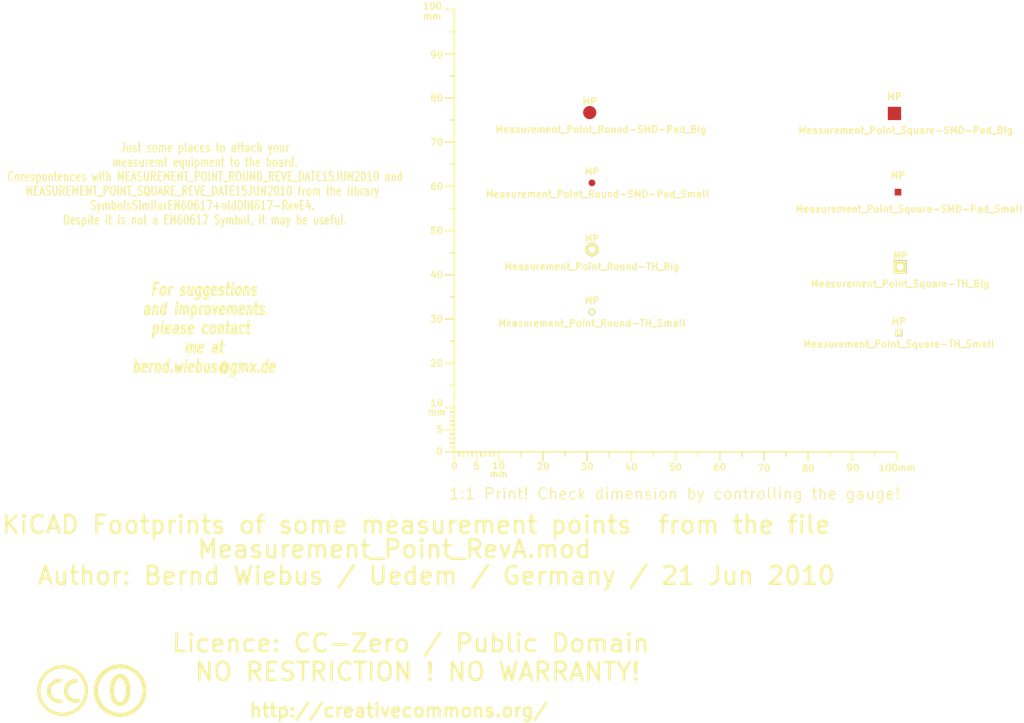
<source format=kicad_pcb>
(kicad_pcb (version 3) (host pcbnew "(2013-03-30 BZR 4007)-stable")

  (general
    (links 0)
    (no_connects 0)
    (area -8.40696 34.056319 253.519093 197.6694)
    (thickness 1.6002)
    (drawings 8)
    (tracks 0)
    (zones 0)
    (modules 11)
    (nets 1)
  )

  (page A4)
  (layers
    (15 Vorderseite signal)
    (0 Rückseite signal)
    (16 B.Adhes user)
    (17 F.Adhes user)
    (18 B.Paste user)
    (19 F.Paste user)
    (20 B.SilkS user)
    (21 F.SilkS user)
    (22 B.Mask user)
    (23 F.Mask user)
    (24 Dwgs.User user)
    (25 Cmts.User user)
    (26 Eco1.User user)
    (27 Eco2.User user)
    (28 Edge.Cuts user)
  )

  (setup
    (last_trace_width 0.2032)
    (trace_clearance 0.254)
    (zone_clearance 0.508)
    (zone_45_only no)
    (trace_min 0.2032)
    (segment_width 0.381)
    (edge_width 0.381)
    (via_size 0.889)
    (via_drill 0.635)
    (via_min_size 0.889)
    (via_min_drill 0.508)
    (uvia_size 0.508)
    (uvia_drill 0.127)
    (uvias_allowed no)
    (uvia_min_size 0.508)
    (uvia_min_drill 0.127)
    (pcb_text_width 0.3048)
    (pcb_text_size 1.524 2.032)
    (mod_edge_width 0.381)
    (mod_text_size 1.524 1.524)
    (mod_text_width 0.3048)
    (pad_size 1.524 1.524)
    (pad_drill 0.8128)
    (pad_to_mask_clearance 0.254)
    (aux_axis_origin 0 0)
    (visible_elements 7FFFFFFF)
    (pcbplotparams
      (layerselection 3178497)
      (usegerberextensions true)
      (excludeedgelayer true)
      (linewidth 60)
      (plotframeref false)
      (viasonmask false)
      (mode 1)
      (useauxorigin false)
      (hpglpennumber 1)
      (hpglpenspeed 20)
      (hpglpendiameter 15)
      (hpglpenoverlay 0)
      (psnegative false)
      (psa4output false)
      (plotreference true)
      (plotvalue true)
      (plotothertext true)
      (plotinvisibletext false)
      (padsonsilk false)
      (subtractmaskfromsilk false)
      (outputformat 1)
      (mirror false)
      (drillshape 1)
      (scaleselection 1)
      (outputdirectory ""))
  )

  (net 0 "")

  (net_class Default "Dies ist die voreingestellte Netzklasse."
    (clearance 0.254)
    (trace_width 0.2032)
    (via_dia 0.889)
    (via_drill 0.635)
    (uvia_dia 0.508)
    (uvia_drill 0.127)
    (add_net "")
  )

  (module Gauge_100mm_Type2_SilkScreenTop_RevA_Date22Jun2010 (layer Vorderseite) (tedit 4D963937) (tstamp 4D88F07A)
    (at 118.09984 134.50062)
    (descr "Gauge, Massstab, 100mm, SilkScreenTop, Type 2,")
    (tags "Gauge, Massstab, 100mm, SilkScreenTop, Type 2,")
    (path Gauge_100mm_Type2_SilkScreenTop_RevA_Date22Jun2010)
    (fp_text reference MSC (at 4.0005 8.99922) (layer F.SilkS) hide
      (effects (font (size 1.524 1.524) (thickness 0.3048)))
    )
    (fp_text value Gauge_100mm_Type2_SilkScreenTop_RevA_Date22Jun2010 (at 45.9994 8.99922) (layer F.SilkS) hide
      (effects (font (size 1.524 1.524) (thickness 0.3048)))
    )
    (fp_text user mm (at 9.99998 5.00126) (layer F.SilkS)
      (effects (font (size 1.524 1.524) (thickness 0.3048)))
    )
    (fp_text user mm (at -4.0005 -8.99922) (layer F.SilkS)
      (effects (font (size 1.524 1.524) (thickness 0.3048)))
    )
    (fp_text user mm (at -5.00126 -98.5012) (layer F.SilkS)
      (effects (font (size 1.524 1.524) (thickness 0.3048)))
    )
    (fp_text user 10 (at 10.00506 3.0988) (layer F.SilkS)
      (effects (font (size 1.50114 1.50114) (thickness 0.29972)))
    )
    (fp_text user 0 (at 0.00508 3.19786) (layer F.SilkS)
      (effects (font (size 1.39954 1.50114) (thickness 0.29972)))
    )
    (fp_text user 5 (at 5.0038 3.29946) (layer F.SilkS)
      (effects (font (size 1.50114 1.50114) (thickness 0.29972)))
    )
    (fp_text user 20 (at 20.1041 3.29946) (layer F.SilkS)
      (effects (font (size 1.50114 1.50114) (thickness 0.29972)))
    )
    (fp_text user 30 (at 30.00502 3.39852) (layer F.SilkS)
      (effects (font (size 1.50114 1.50114) (thickness 0.29972)))
    )
    (fp_text user 40 (at 40.005 3.50012) (layer F.SilkS)
      (effects (font (size 1.50114 1.50114) (thickness 0.29972)))
    )
    (fp_text user 50 (at 50.00498 3.50012) (layer F.SilkS)
      (effects (font (size 1.50114 1.50114) (thickness 0.29972)))
    )
    (fp_text user 60 (at 60.00496 3.50012) (layer F.SilkS)
      (effects (font (size 1.50114 1.50114) (thickness 0.29972)))
    )
    (fp_text user 70 (at 70.00494 3.70078) (layer F.SilkS)
      (effects (font (size 1.50114 1.50114) (thickness 0.29972)))
    )
    (fp_text user 80 (at 80.00492 3.79984) (layer F.SilkS)
      (effects (font (size 1.50114 1.50114) (thickness 0.29972)))
    )
    (fp_text user 90 (at 90.1065 3.60172) (layer F.SilkS)
      (effects (font (size 1.50114 1.50114) (thickness 0.29972)))
    )
    (fp_text user 100mm (at 100.10648 3.60172) (layer F.SilkS)
      (effects (font (size 1.50114 1.50114) (thickness 0.29972)))
    )
    (fp_line (start 0 -8.99922) (end -1.00076 -8.99922) (layer F.SilkS) (width 0.381))
    (fp_line (start 0 -8.001) (end -1.00076 -8.001) (layer F.SilkS) (width 0.381))
    (fp_line (start 0 -7.00024) (end -1.00076 -7.00024) (layer F.SilkS) (width 0.381))
    (fp_line (start 0 -5.99948) (end -1.00076 -5.99948) (layer F.SilkS) (width 0.381))
    (fp_line (start 0 -4.0005) (end -1.00076 -4.0005) (layer F.SilkS) (width 0.381))
    (fp_line (start 0 -2.99974) (end -1.00076 -2.99974) (layer F.SilkS) (width 0.381))
    (fp_line (start 0 -1.99898) (end -1.00076 -1.99898) (layer F.SilkS) (width 0.381))
    (fp_line (start 0 -1.00076) (end -1.00076 -1.00076) (layer F.SilkS) (width 0.381))
    (fp_line (start 0 0) (end -1.99898 0) (layer F.SilkS) (width 0.381))
    (fp_line (start 0 -5.00126) (end -1.99898 -5.00126) (layer F.SilkS) (width 0.381))
    (fp_line (start 0 -9.99998) (end -1.99898 -9.99998) (layer F.SilkS) (width 0.381))
    (fp_line (start 0 -15.00124) (end -1.00076 -15.00124) (layer F.SilkS) (width 0.381))
    (fp_line (start 0 -19.99996) (end -1.99898 -19.99996) (layer F.SilkS) (width 0.381))
    (fp_line (start 0 -25.00122) (end -1.00076 -25.00122) (layer F.SilkS) (width 0.381))
    (fp_line (start 0 -29.99994) (end -1.99898 -29.99994) (layer F.SilkS) (width 0.381))
    (fp_line (start 0 -35.0012) (end -1.00076 -35.0012) (layer F.SilkS) (width 0.381))
    (fp_line (start 0 -39.99992) (end -1.99898 -39.99992) (layer F.SilkS) (width 0.381))
    (fp_line (start 0 -45.00118) (end -1.00076 -45.00118) (layer F.SilkS) (width 0.381))
    (fp_line (start 0 -49.9999) (end -1.99898 -49.9999) (layer F.SilkS) (width 0.381))
    (fp_line (start 0 -55.00116) (end -1.00076 -55.00116) (layer F.SilkS) (width 0.381))
    (fp_line (start 0 -59.99988) (end -1.99898 -59.99988) (layer F.SilkS) (width 0.381))
    (fp_line (start 0 -65.00114) (end -1.00076 -65.00114) (layer F.SilkS) (width 0.381))
    (fp_line (start 0 -69.99986) (end -1.99898 -69.99986) (layer F.SilkS) (width 0.381))
    (fp_line (start 0 -75.00112) (end -1.00076 -75.00112) (layer F.SilkS) (width 0.381))
    (fp_line (start 0 -79.99984) (end -1.99898 -79.99984) (layer F.SilkS) (width 0.381))
    (fp_line (start 0 -85.0011) (end -1.00076 -85.0011) (layer F.SilkS) (width 0.381))
    (fp_line (start 0 -89.99982) (end -1.99898 -89.99982) (layer F.SilkS) (width 0.381))
    (fp_line (start 0 -95.00108) (end -1.00076 -95.00108) (layer F.SilkS) (width 0.381))
    (fp_line (start 0 0) (end 0 -99.9998) (layer F.SilkS) (width 0.381))
    (fp_line (start 0 -99.9998) (end -1.99898 -99.9998) (layer F.SilkS) (width 0.381))
    (fp_text user 100 (at -4.99872 -100.7491) (layer F.SilkS)
      (effects (font (size 1.50114 1.50114) (thickness 0.29972)))
    )
    (fp_text user 90 (at -4.0005 -89.7509) (layer F.SilkS)
      (effects (font (size 1.50114 1.50114) (thickness 0.29972)))
    )
    (fp_text user 80 (at -4.0005 -79.99984) (layer F.SilkS)
      (effects (font (size 1.50114 1.50114) (thickness 0.29972)))
    )
    (fp_text user 70 (at -4.0005 -69.99986) (layer F.SilkS)
      (effects (font (size 1.50114 1.50114) (thickness 0.29972)))
    )
    (fp_text user 60 (at -4.0005 -59.99988) (layer F.SilkS)
      (effects (font (size 1.50114 1.50114) (thickness 0.29972)))
    )
    (fp_text user 50 (at -4.0005 -49.9999) (layer F.SilkS)
      (effects (font (size 1.50114 1.50114) (thickness 0.34036)))
    )
    (fp_text user 40 (at -4.0005 -39.99992) (layer F.SilkS)
      (effects (font (size 1.50114 1.50114) (thickness 0.29972)))
    )
    (fp_text user 30 (at -4.0005 -29.99994) (layer F.SilkS)
      (effects (font (size 1.50114 1.50114) (thickness 0.29972)))
    )
    (fp_text user 20 (at -4.0005 -19.99996) (layer F.SilkS)
      (effects (font (size 1.50114 1.50114) (thickness 0.29972)))
    )
    (fp_line (start 95.00108 0) (end 95.00108 1.00076) (layer F.SilkS) (width 0.381))
    (fp_line (start 89.99982 0) (end 89.99982 1.99898) (layer F.SilkS) (width 0.381))
    (fp_line (start 85.0011 0) (end 85.0011 1.00076) (layer F.SilkS) (width 0.381))
    (fp_line (start 79.99984 0) (end 79.99984 1.99898) (layer F.SilkS) (width 0.381))
    (fp_line (start 75.00112 0) (end 75.00112 1.00076) (layer F.SilkS) (width 0.381))
    (fp_line (start 69.99986 0) (end 69.99986 1.99898) (layer F.SilkS) (width 0.381))
    (fp_line (start 65.00114 0) (end 65.00114 1.00076) (layer F.SilkS) (width 0.381))
    (fp_line (start 59.99988 0) (end 59.99988 1.99898) (layer F.SilkS) (width 0.381))
    (fp_line (start 55.00116 0) (end 55.00116 1.00076) (layer F.SilkS) (width 0.381))
    (fp_line (start 49.9999 0) (end 49.9999 1.99898) (layer F.SilkS) (width 0.381))
    (fp_line (start 45.00118 0) (end 45.00118 1.00076) (layer F.SilkS) (width 0.381))
    (fp_line (start 39.99992 0) (end 39.99992 1.99898) (layer F.SilkS) (width 0.381))
    (fp_line (start 35.0012 0) (end 35.0012 1.00076) (layer F.SilkS) (width 0.381))
    (fp_line (start 29.99994 0) (end 29.99994 1.99898) (layer F.SilkS) (width 0.381))
    (fp_line (start 25.00122 0) (end 25.00122 1.00076) (layer F.SilkS) (width 0.381))
    (fp_line (start 19.99996 0) (end 19.99996 1.99898) (layer F.SilkS) (width 0.381))
    (fp_line (start 15.00124 0) (end 15.00124 1.00076) (layer F.SilkS) (width 0.381))
    (fp_line (start 9.99998 0) (end 99.9998 0) (layer F.SilkS) (width 0.381))
    (fp_line (start 99.9998 0) (end 99.9998 1.99898) (layer F.SilkS) (width 0.381))
    (fp_text user 5 (at -3.302 -5.10286) (layer F.SilkS)
      (effects (font (size 1.50114 1.50114) (thickness 0.29972)))
    )
    (fp_text user 0 (at -3.4036 -0.10414) (layer F.SilkS)
      (effects (font (size 1.50114 1.50114) (thickness 0.29972)))
    )
    (fp_text user 10 (at -4.0005 -11.00074) (layer F.SilkS)
      (effects (font (size 1.50114 1.50114) (thickness 0.29972)))
    )
    (fp_line (start 8.99922 0) (end 8.99922 1.00076) (layer F.SilkS) (width 0.381))
    (fp_line (start 8.001 0) (end 8.001 1.00076) (layer F.SilkS) (width 0.381))
    (fp_line (start 7.00024 0) (end 7.00024 1.00076) (layer F.SilkS) (width 0.381))
    (fp_line (start 5.99948 0) (end 5.99948 1.00076) (layer F.SilkS) (width 0.381))
    (fp_line (start 4.0005 0) (end 4.0005 1.00076) (layer F.SilkS) (width 0.381))
    (fp_line (start 2.99974 0) (end 2.99974 1.00076) (layer F.SilkS) (width 0.381))
    (fp_line (start 1.99898 0) (end 1.99898 1.00076) (layer F.SilkS) (width 0.381))
    (fp_line (start 1.00076 0) (end 1.00076 1.00076) (layer F.SilkS) (width 0.381))
    (fp_line (start 5.00126 0) (end 5.00126 1.99898) (layer F.SilkS) (width 0.381))
    (fp_line (start 0 0) (end 0 1.99898) (layer F.SilkS) (width 0.381))
    (fp_line (start 0 0) (end 9.99998 0) (layer F.SilkS) (width 0.381))
    (fp_line (start 9.99998 0) (end 9.99998 1.99898) (layer F.SilkS) (width 0.381))
  )

  (module Measurement_Point_Round-SMD-Pad_Big (layer Vorderseite) (tedit 4DA62307) (tstamp 4DA622A8)
    (at 148.69922 57.80024)
    (descr "Mesurement Point, Round, SMD Pad, DM 3mm,")
    (tags "Mesurement Point, Round, SMD Pad, DM 3mm,")
    (path Measurement_Point_Round-SMD-Pad_Big)
    (fp_text reference MP (at 0 -2.54) (layer F.SilkS)
      (effects (font (size 1.524 1.524) (thickness 0.3048)))
    )
    (fp_text value Measurement_Point_Round-SMD-Pad_Big (at 2.54 3.81) (layer F.SilkS)
      (effects (font (size 1.524 1.524) (thickness 0.3048)))
    )
    (pad 1 smd circle (at 0 0) (size 2.99974 2.99974)
      (layers Vorderseite F.Paste F.Mask)
    )
  )

  (module Measurement_Point_Round-SMD-Pad_Small (layer Vorderseite) (tedit 4DA6230F) (tstamp 4DA6224E)
    (at 149.1996 73.6981)
    (descr "Mesurement Point, Round, SMD Pad, DM 1.5mm,")
    (tags "Mesurement Point, Round, SMD Pad, DM 1.5mm,")
    (path Measurement_Point_Round-SMD-Pad_Small)
    (fp_text reference MP (at 0 -2.54) (layer F.SilkS)
      (effects (font (size 1.524 1.524) (thickness 0.3048)))
    )
    (fp_text value Measurement_Point_Round-SMD-Pad_Small (at 1.27 2.54) (layer F.SilkS)
      (effects (font (size 1.524 1.524) (thickness 0.3048)))
    )
    (pad 1 smd circle (at 0 0) (size 1.524 1.524)
      (layers Vorderseite F.Paste F.Mask)
    )
  )

  (module Measurement_Point_Round-TH_Big (layer Vorderseite) (tedit 4DA62318) (tstamp 4DA62259)
    (at 149.1996 88.7984)
    (descr "Mesurement Point, Square, Trough Hole,  DM 3mm, Drill 1.5mm,")
    (tags "Mesurement Point, Square, Trough Hole, DM 3mm, Drill 1.5mm,")
    (path Measurement_Point_Round-TH_Big)
    (fp_text reference MP (at 0 -2.54) (layer F.SilkS)
      (effects (font (size 1.524 1.524) (thickness 0.3048)))
    )
    (fp_text value Measurement_Point_Round-TH_Big (at 0 3.81) (layer F.SilkS)
      (effects (font (size 1.524 1.524) (thickness 0.3048)))
    )
    (pad 1 thru_hole circle (at 0 0) (size 2.99974 2.99974) (drill 1.50114)
      (layers *.Cu *.Mask F.SilkS)
    )
  )

  (module Measurement_Point_Round-TH_Small (layer Vorderseite) (tedit 4DA6231F) (tstamp 4DA62265)
    (at 149.1996 102.89794)
    (descr "Mesurement Point, Square, Trough Hole,  DM 1.5mm, Drill 0.8mm,")
    (tags "Mesurement Point, Square, Trough Hole, DM 1.5mm, Drill 0.8mm,")
    (path Measurement_Point_Round-TH_Small)
    (fp_text reference MP (at 0 -2.54) (layer F.SilkS)
      (effects (font (size 1.524 1.524) (thickness 0.3048)))
    )
    (fp_text value Measurement_Point_Round-TH_Small (at 0 2.54) (layer F.SilkS)
      (effects (font (size 1.524 1.524) (thickness 0.3048)))
    )
    (pad 1 thru_hole circle (at 0 0) (size 1.50114 1.50114) (drill 0.8001)
      (layers *.Cu *.Mask F.SilkS)
    )
  )

  (module Measurement_Point_Square-SMD-Pad_Big (layer Vorderseite) (tedit 4DA62326) (tstamp 4DA6226E)
    (at 217.59926 58.0009)
    (descr "Mesurement Point, Square, SMD Pad,  3mm x 3mm,")
    (tags "Mesurement Point, Square, SMD Pad, 3mm x 3mm,")
    (path Measurement_Point_Square-SMD-Pad_Big)
    (fp_text reference MP (at 0 -3.81) (layer F.SilkS)
      (effects (font (size 1.524 1.524) (thickness 0.3048)))
    )
    (fp_text value Measurement_Point_Square-SMD-Pad_Big (at 2.54 3.81) (layer F.SilkS)
      (effects (font (size 1.524 1.524) (thickness 0.3048)))
    )
    (pad 1 smd rect (at 0 0) (size 2.99974 2.99974)
      (layers Vorderseite F.Paste F.Mask)
    )
  )

  (module Measurement_Point_Square-SMD-Pad_Small (layer Vorderseite) (tedit 4DA6232D) (tstamp 4DA62277)
    (at 218.39936 75.80122)
    (descr "Mesurement Point, Square, SMD Pad,  1.5mm x 1.5mm,")
    (tags "Mesurement Point, Square, SMD Pad, 1.5mm x 1.5mm,")
    (path Measurement_Point_Square-SMD-Pad_Small)
    (fp_text reference MP (at 0 -3.81) (layer F.SilkS)
      (effects (font (size 1.524 1.524) (thickness 0.3048)))
    )
    (fp_text value Measurement_Point_Square-SMD-Pad_Small (at 2.54 3.81) (layer F.SilkS)
      (effects (font (size 1.524 1.524) (thickness 0.3048)))
    )
    (pad 1 smd rect (at 0 0) (size 1.50114 1.50114)
      (layers Vorderseite F.Paste F.Mask)
    )
  )

  (module Measurement_Point_Square-TH_Big (layer Vorderseite) (tedit 4DA62334) (tstamp 4DA6227E)
    (at 218.89974 92.69984)
    (descr "Mesurement Point, Square, Trough Hole,  3mm x 3mm, Drill 1.5mm,")
    (tags "Mesurement Point, Square, Trough Hole, 3mm x 3mm, Drill 1.5mm,")
    (path Measurement_Point_Square-TH_Big)
    (fp_text reference MP (at 0 -2.54) (layer F.SilkS)
      (effects (font (size 1.524 1.524) (thickness 0.3048)))
    )
    (fp_text value Measurement_Point_Square-TH_Big (at 0 3.81) (layer F.SilkS)
      (effects (font (size 1.524 1.524) (thickness 0.3048)))
    )
    (pad 1 thru_hole rect (at 0 0) (size 2.99974 2.99974) (drill 1.50114)
      (layers *.Cu *.Mask F.SilkS)
    )
  )

  (module Measurement_Point_Square-TH_Small (layer Vorderseite) (tedit 4DA6233A) (tstamp 4DA62288)
    (at 218.60002 107.59948)
    (descr "Mesurement Point, Square, Trough Hole,  1.5mm x 1.5mm, Drill 0.8mm,")
    (tags "Mesurement Point, Square, Trough Hole, 1.5mm x 1.5mm, Drill 0.8mm,")
    (path Measurement_Point_Square-TH_Small)
    (fp_text reference MP (at 0 -2.54) (layer F.SilkS)
      (effects (font (size 1.524 1.524) (thickness 0.3048)))
    )
    (fp_text value Measurement_Point_Square-TH_Small (at 0 2.54) (layer F.SilkS)
      (effects (font (size 1.524 1.524) (thickness 0.3048)))
    )
    (pad 1 thru_hole rect (at 0 0) (size 1.50114 1.50114) (drill 0.8001)
      (layers *.Cu *.Mask F.SilkS)
    )
  )

  (module Symbol_CC-PublicDomain_SilkScreenTop_Big (layer Vorderseite) (tedit 515D641F) (tstamp 515F0B64)
    (at 42.5 188.5)
    (descr "Symbol, CC-PublicDomain, SilkScreen Top, Big,")
    (tags "Symbol, CC-PublicDomain, SilkScreen Top, Big,")
    (path Symbol_CC-Noncommercial_CopperTop_Big)
    (fp_text reference Sym (at 0.59944 -7.29996) (layer F.SilkS) hide
      (effects (font (size 1.524 1.524) (thickness 0.3048)))
    )
    (fp_text value Symbol_CC-PublicDomain_SilkScreenTop_Big (at 0.59944 8.001) (layer F.SilkS) hide
      (effects (font (size 1.524 1.524) (thickness 0.3048)))
    )
    (fp_circle (center 0 0) (end 5.8 -0.05) (layer F.SilkS) (width 0.381))
    (fp_circle (center 0 0) (end 5.5 0) (layer F.SilkS) (width 0.381))
    (fp_circle (center 0.05 0) (end 5.25 0) (layer F.SilkS) (width 0.381))
    (fp_line (start 1.1 -2.5) (end 1.4 -1.9) (layer F.SilkS) (width 0.381))
    (fp_line (start -1.8 1.2) (end -1.6 1.9) (layer F.SilkS) (width 0.381))
    (fp_line (start -1.6 1.9) (end -1.2 2.5) (layer F.SilkS) (width 0.381))
    (fp_line (start 0 -3) (end 0.75 -2.75) (layer F.SilkS) (width 0.381))
    (fp_line (start 0.75 -2.75) (end 1 -2.25) (layer F.SilkS) (width 0.381))
    (fp_line (start 1 -2.25) (end 1.5 -1) (layer F.SilkS) (width 0.381))
    (fp_line (start 1.5 -1) (end 1.5 -0.5) (layer F.SilkS) (width 0.381))
    (fp_line (start 1.5 -0.5) (end 1.5 0.5) (layer F.SilkS) (width 0.381))
    (fp_line (start 1.5 0.5) (end 1.25 1.5) (layer F.SilkS) (width 0.381))
    (fp_line (start 1.25 1.5) (end 0.75 2.5) (layer F.SilkS) (width 0.381))
    (fp_line (start 0.75 2.5) (end 0.25 2.75) (layer F.SilkS) (width 0.381))
    (fp_line (start 0.25 2.75) (end -0.25 2.75) (layer F.SilkS) (width 0.381))
    (fp_line (start -0.25 2.75) (end -0.75 2.5) (layer F.SilkS) (width 0.381))
    (fp_line (start -0.75 2.5) (end -1.25 1.75) (layer F.SilkS) (width 0.381))
    (fp_line (start -1.25 1.75) (end -1.5 0.75) (layer F.SilkS) (width 0.381))
    (fp_line (start -1.5 0.75) (end -1.5 -0.75) (layer F.SilkS) (width 0.381))
    (fp_line (start -1.5 -0.75) (end -1.25 -1.75) (layer F.SilkS) (width 0.381))
    (fp_line (start -1.25 -1.75) (end -1 -2.5) (layer F.SilkS) (width 0.381))
    (fp_line (start -1 -2.5) (end -0.3 -2.9) (layer F.SilkS) (width 0.381))
    (fp_line (start -0.3 -2.9) (end 0.2 -3) (layer F.SilkS) (width 0.381))
    (fp_line (start 0.2 -3) (end 0.8 -3) (layer F.SilkS) (width 0.381))
    (fp_line (start 0.8 -3) (end 1.4 -2.3) (layer F.SilkS) (width 0.381))
    (fp_line (start 1.4 -2.3) (end 1.6 -1.4) (layer F.SilkS) (width 0.381))
    (fp_line (start 1.6 -1.4) (end 1.7 -0.3) (layer F.SilkS) (width 0.381))
    (fp_line (start 1.7 -0.3) (end 1.7 0.9) (layer F.SilkS) (width 0.381))
    (fp_line (start 1.7 0.9) (end 1.4 1.8) (layer F.SilkS) (width 0.381))
    (fp_line (start 1.4 1.8) (end 1 2.7) (layer F.SilkS) (width 0.381))
    (fp_line (start 1 2.7) (end 0.5 3) (layer F.SilkS) (width 0.381))
    (fp_line (start 0.5 3) (end -0.4 3) (layer F.SilkS) (width 0.381))
    (fp_line (start -0.4 3) (end -1.3 2.3) (layer F.SilkS) (width 0.381))
    (fp_line (start -1.3 2.3) (end -1.7 1) (layer F.SilkS) (width 0.381))
    (fp_line (start -1.7 1) (end -1.8 -0.7) (layer F.SilkS) (width 0.381))
    (fp_line (start -1.8 -0.7) (end -1.4 -2.2) (layer F.SilkS) (width 0.381))
    (fp_line (start -1.4 -2.2) (end -1 -2.9) (layer F.SilkS) (width 0.381))
    (fp_line (start -1 -2.9) (end -0.2 -3.3) (layer F.SilkS) (width 0.381))
    (fp_line (start -0.2 -3.3) (end 0.7 -3.2) (layer F.SilkS) (width 0.381))
    (fp_line (start 0.7 -3.2) (end 1.3 -3.1) (layer F.SilkS) (width 0.381))
    (fp_line (start 1.3 -3.1) (end 1.7 -2.4) (layer F.SilkS) (width 0.381))
    (fp_line (start 1.7 -2.4) (end 2 -1.6) (layer F.SilkS) (width 0.381))
    (fp_line (start 2 -1.6) (end 2.1 -0.6) (layer F.SilkS) (width 0.381))
    (fp_line (start 2.1 -0.6) (end 2.1 0.3) (layer F.SilkS) (width 0.381))
    (fp_line (start 2.1 0.3) (end 2.1 1.3) (layer F.SilkS) (width 0.381))
    (fp_line (start 2.1 1.3) (end 1.9 1.8) (layer F.SilkS) (width 0.381))
    (fp_line (start 1.9 1.8) (end 1.5 2.6) (layer F.SilkS) (width 0.381))
    (fp_line (start 1.5 2.6) (end 1.1 3) (layer F.SilkS) (width 0.381))
    (fp_line (start 1.1 3) (end 0.4 3.3) (layer F.SilkS) (width 0.381))
    (fp_line (start 0.4 3.3) (end -0.1 3.4) (layer F.SilkS) (width 0.381))
    (fp_line (start -0.1 3.4) (end -0.8 3.2) (layer F.SilkS) (width 0.381))
    (fp_line (start -0.8 3.2) (end -1.5 2.6) (layer F.SilkS) (width 0.381))
    (fp_line (start -1.5 2.6) (end -1.9 1.7) (layer F.SilkS) (width 0.381))
    (fp_line (start -1.9 1.7) (end -2.1 0.4) (layer F.SilkS) (width 0.381))
    (fp_line (start -2.1 0.4) (end -2.1 -0.6) (layer F.SilkS) (width 0.381))
    (fp_line (start -2.1 -0.6) (end -2 -1.6) (layer F.SilkS) (width 0.381))
    (fp_line (start -2 -1.6) (end -1.7 -2.4) (layer F.SilkS) (width 0.381))
    (fp_line (start -1.7 -2.4) (end -1.2 -3.1) (layer F.SilkS) (width 0.381))
    (fp_line (start -1.2 -3.1) (end -0.4 -3.6) (layer F.SilkS) (width 0.381))
    (fp_line (start -0.4 -3.6) (end 0.4 -3.6) (layer F.SilkS) (width 0.381))
    (fp_line (start 0.4 -3.6) (end 1.1 -3.2) (layer F.SilkS) (width 0.381))
    (fp_line (start 1.1 -3.2) (end 1.1 -2.9) (layer F.SilkS) (width 0.381))
    (fp_line (start 1.1 -2.9) (end 1.8 -1.5) (layer F.SilkS) (width 0.381))
    (fp_line (start 1.8 -1.5) (end 1.8 -0.4) (layer F.SilkS) (width 0.381))
    (fp_line (start 1.8 -0.4) (end 1.8 1.1) (layer F.SilkS) (width 0.381))
    (fp_line (start 1.8 1.1) (end 1.2 2.6) (layer F.SilkS) (width 0.381))
    (fp_line (start 1.2 2.6) (end 0.2 3.2) (layer F.SilkS) (width 0.381))
    (fp_line (start 0.2 3.2) (end -0.5 3.2) (layer F.SilkS) (width 0.381))
    (fp_line (start -0.5 3.2) (end -1.1 2.7) (layer F.SilkS) (width 0.381))
    (fp_line (start -1.1 2.7) (end -1.9 0.6) (layer F.SilkS) (width 0.381))
    (fp_line (start -1.9 0.6) (end -1.7 -1.9) (layer F.SilkS) (width 0.381))
  )

  (module Symbol_CreativeCommons_SilkScreenTop_Type2_Big (layer Vorderseite) (tedit 515D640C) (tstamp 515D6AF0)
    (at 29.5 188.5)
    (descr "Symbol, Creative Commons, SilkScreen Top, Type 2, Big,")
    (tags "Symbol, Creative Commons, SilkScreen Top, Type 2, Big,")
    (path Symbol_CreativeCommons_CopperTop_Type2_Big)
    (fp_text reference Sym (at 0.59944 -7.29996) (layer F.SilkS) hide
      (effects (font (size 1.524 1.524) (thickness 0.3048)))
    )
    (fp_text value Symbol_CreativeCommons_Typ2_SilkScreenTop_Big (at 0.59944 8.001) (layer F.SilkS) hide
      (effects (font (size 1.524 1.524) (thickness 0.3048)))
    )
    (fp_line (start -0.70104 2.70002) (end -0.29972 2.60096) (layer F.SilkS) (width 0.381))
    (fp_line (start -0.29972 2.60096) (end -0.20066 2.10058) (layer F.SilkS) (width 0.381))
    (fp_line (start -2.49936 -1.69926) (end -2.70002 -1.6002) (layer F.SilkS) (width 0.381))
    (fp_line (start -2.70002 -1.6002) (end -3.0988 -1.00076) (layer F.SilkS) (width 0.381))
    (fp_line (start -3.0988 -1.00076) (end -3.29946 -0.50038) (layer F.SilkS) (width 0.381))
    (fp_line (start -3.29946 -0.50038) (end -3.40106 0.39878) (layer F.SilkS) (width 0.381))
    (fp_line (start -3.40106 0.39878) (end -3.29946 0.89916) (layer F.SilkS) (width 0.381))
    (fp_line (start -0.19812 2.4003) (end -0.29718 2.59842) (layer F.SilkS) (width 0.381))
    (fp_line (start 3.70078 2.10058) (end 3.79984 2.4003) (layer F.SilkS) (width 0.381))
    (fp_line (start 2.99974 -2.4003) (end 3.29946 -2.30124) (layer F.SilkS) (width 0.381))
    (fp_line (start 3.29946 -2.30124) (end 3.0988 -1.99898) (layer F.SilkS) (width 0.381))
    (fp_line (start 0 -5.40004) (end -0.50038 -5.40004) (layer F.SilkS) (width 0.381))
    (fp_line (start -0.50038 -5.40004) (end -1.30048 -5.10032) (layer F.SilkS) (width 0.381))
    (fp_line (start -1.30048 -5.10032) (end -1.99898 -4.89966) (layer F.SilkS) (width 0.381))
    (fp_line (start -1.99898 -4.89966) (end -2.70002 -4.699) (layer F.SilkS) (width 0.381))
    (fp_line (start -2.70002 -4.699) (end -3.29946 -4.20116) (layer F.SilkS) (width 0.381))
    (fp_line (start -3.29946 -4.20116) (end -4.0005 -3.59918) (layer F.SilkS) (width 0.381))
    (fp_line (start -4.0005 -3.59918) (end -4.50088 -2.99974) (layer F.SilkS) (width 0.381))
    (fp_line (start -4.50088 -2.99974) (end -5.00126 -2.10058) (layer F.SilkS) (width 0.381))
    (fp_line (start -5.00126 -2.10058) (end -5.30098 -1.09982) (layer F.SilkS) (width 0.381))
    (fp_line (start -5.30098 -1.09982) (end -5.40004 0.09906) (layer F.SilkS) (width 0.381))
    (fp_line (start -5.40004 0.09906) (end -5.19938 1.30048) (layer F.SilkS) (width 0.381))
    (fp_line (start -5.19938 1.30048) (end -4.8006 2.4003) (layer F.SilkS) (width 0.381))
    (fp_line (start -4.8006 2.4003) (end -3.79984 3.8989) (layer F.SilkS) (width 0.381))
    (fp_line (start -3.79984 3.8989) (end -2.60096 4.8006) (layer F.SilkS) (width 0.381))
    (fp_line (start -2.60096 4.8006) (end -1.30048 5.30098) (layer F.SilkS) (width 0.381))
    (fp_line (start -1.30048 5.30098) (end 0.09906 5.30098) (layer F.SilkS) (width 0.381))
    (fp_line (start 0.09906 5.30098) (end 1.6002 5.19938) (layer F.SilkS) (width 0.381))
    (fp_line (start 1.6002 5.19938) (end 2.60096 4.699) (layer F.SilkS) (width 0.381))
    (fp_line (start 2.60096 4.699) (end 4.20116 3.40106) (layer F.SilkS) (width 0.381))
    (fp_line (start 4.20116 3.40106) (end 5.00126 1.80086) (layer F.SilkS) (width 0.381))
    (fp_line (start 5.00126 1.80086) (end 5.40004 0.29972) (layer F.SilkS) (width 0.381))
    (fp_line (start 5.40004 0.29972) (end 5.19938 -1.39954) (layer F.SilkS) (width 0.381))
    (fp_line (start 5.19938 -1.39954) (end 4.699 -2.49936) (layer F.SilkS) (width 0.381))
    (fp_line (start 4.699 -2.49936) (end 3.40106 -4.09956) (layer F.SilkS) (width 0.381))
    (fp_line (start 3.40106 -4.09956) (end 2.4003 -4.8006) (layer F.SilkS) (width 0.381))
    (fp_line (start 2.4003 -4.8006) (end 1.39954 -5.19938) (layer F.SilkS) (width 0.381))
    (fp_line (start 1.39954 -5.19938) (end 0 -5.30098) (layer F.SilkS) (width 0.381))
    (fp_line (start 0.60198 -0.70104) (end 0.50292 -0.20066) (layer F.SilkS) (width 0.381))
    (fp_line (start 0.50292 -0.20066) (end 0.50292 0.49784) (layer F.SilkS) (width 0.381))
    (fp_line (start 0.50292 0.49784) (end 0.60198 1.09982) (layer F.SilkS) (width 0.381))
    (fp_line (start 0.60198 1.09982) (end 1.00076 1.69926) (layer F.SilkS) (width 0.381))
    (fp_line (start 1.00076 1.69926) (end 1.50114 2.19964) (layer F.SilkS) (width 0.381))
    (fp_line (start 1.50114 2.19964) (end 2.10058 2.49936) (layer F.SilkS) (width 0.381))
    (fp_line (start 2.10058 2.49936) (end 2.60096 2.59842) (layer F.SilkS) (width 0.381))
    (fp_line (start 2.60096 2.59842) (end 3.00228 2.59842) (layer F.SilkS) (width 0.381))
    (fp_line (start 3.00228 2.59842) (end 3.40106 2.59842) (layer F.SilkS) (width 0.381))
    (fp_line (start 3.40106 2.59842) (end 3.80238 2.49936) (layer F.SilkS) (width 0.381))
    (fp_line (start 3.80238 2.49936) (end 3.70078 2.2987) (layer F.SilkS) (width 0.381))
    (fp_line (start 3.70078 2.2987) (end 2.80162 2.4003) (layer F.SilkS) (width 0.381))
    (fp_line (start 2.80162 2.4003) (end 1.80086 2.09804) (layer F.SilkS) (width 0.381))
    (fp_line (start 1.80086 2.09804) (end 1.20142 1.6002) (layer F.SilkS) (width 0.381))
    (fp_line (start 1.20142 1.6002) (end 0.80264 0.6985) (layer F.SilkS) (width 0.381))
    (fp_line (start 0.80264 0.6985) (end 0.70104 -0.29972) (layer F.SilkS) (width 0.381))
    (fp_line (start 0.70104 -0.29972) (end 1.00076 -1.00076) (layer F.SilkS) (width 0.381))
    (fp_line (start 1.00076 -1.00076) (end 1.60274 -1.7018) (layer F.SilkS) (width 0.381))
    (fp_line (start 1.60274 -1.7018) (end 2.30124 -2.10058) (layer F.SilkS) (width 0.381))
    (fp_line (start 2.30124 -2.10058) (end 3.00228 -2.10058) (layer F.SilkS) (width 0.381))
    (fp_line (start 3.00228 -2.10058) (end 3.10134 -1.89992) (layer F.SilkS) (width 0.381))
    (fp_line (start 3.10134 -1.89992) (end 2.5019 -1.89992) (layer F.SilkS) (width 0.381))
    (fp_line (start 2.5019 -1.89992) (end 1.80086 -1.6002) (layer F.SilkS) (width 0.381))
    (fp_line (start 1.80086 -1.6002) (end 1.30048 -1.00076) (layer F.SilkS) (width 0.381))
    (fp_line (start 1.30048 -1.00076) (end 1.00076 -0.40132) (layer F.SilkS) (width 0.381))
    (fp_line (start 1.00076 -0.40132) (end 1.00076 0.09906) (layer F.SilkS) (width 0.381))
    (fp_line (start 1.00076 0.09906) (end 1.00076 0.6985) (layer F.SilkS) (width 0.381))
    (fp_line (start 1.00076 0.6985) (end 1.30048 1.19888) (layer F.SilkS) (width 0.381))
    (fp_line (start 1.30048 1.19888) (end 1.7018 1.69926) (layer F.SilkS) (width 0.381))
    (fp_line (start 1.7018 1.69926) (end 2.30124 1.99898) (layer F.SilkS) (width 0.381))
    (fp_line (start 2.30124 1.99898) (end 2.90068 2.09804) (layer F.SilkS) (width 0.381))
    (fp_line (start 2.90068 2.09804) (end 3.40106 2.09804) (layer F.SilkS) (width 0.381))
    (fp_line (start 3.40106 2.09804) (end 3.70078 1.99898) (layer F.SilkS) (width 0.381))
    (fp_line (start 3.00228 -2.4003) (end 2.40284 -2.4003) (layer F.SilkS) (width 0.381))
    (fp_line (start 2.40284 -2.4003) (end 2.00152 -2.20218) (layer F.SilkS) (width 0.381))
    (fp_line (start 2.00152 -2.20218) (end 1.50114 -2.00152) (layer F.SilkS) (width 0.381))
    (fp_line (start 1.50114 -2.00152) (end 1.10236 -1.6002) (layer F.SilkS) (width 0.381))
    (fp_line (start 1.10236 -1.6002) (end 0.80264 -1.09982) (layer F.SilkS) (width 0.381))
    (fp_line (start 0.80264 -1.09982) (end 0.60198 -0.70104) (layer F.SilkS) (width 0.381))
    (fp_line (start -0.39878 -1.99898) (end -0.89916 -1.99898) (layer F.SilkS) (width 0.381))
    (fp_line (start -0.89916 -1.99898) (end -1.39954 -1.89738) (layer F.SilkS) (width 0.381))
    (fp_line (start -1.39954 -1.89738) (end -1.89992 -1.59766) (layer F.SilkS) (width 0.381))
    (fp_line (start -1.89992 -1.59766) (end -2.4003 -1.19888) (layer F.SilkS) (width 0.381))
    (fp_line (start -2.4003 -1.30048) (end -2.70002 -0.8001) (layer F.SilkS) (width 0.381))
    (fp_line (start -2.70002 -0.8001) (end -2.79908 -0.29972) (layer F.SilkS) (width 0.381))
    (fp_line (start -2.79908 -0.29972) (end -2.79908 0.20066) (layer F.SilkS) (width 0.381))
    (fp_line (start -2.79908 0.20066) (end -2.59842 1.00076) (layer F.SilkS) (width 0.381))
    (fp_line (start -2.69748 1.00076) (end -2.39776 1.39954) (layer F.SilkS) (width 0.381))
    (fp_line (start -2.29616 1.4986) (end -1.79578 1.89992) (layer F.SilkS) (width 0.381))
    (fp_line (start -1.79578 1.89992) (end -1.29794 2.09804) (layer F.SilkS) (width 0.381))
    (fp_line (start -1.29794 2.09804) (end -0.89662 2.19964) (layer F.SilkS) (width 0.381))
    (fp_line (start -0.89662 2.19964) (end -0.49784 2.19964) (layer F.SilkS) (width 0.381))
    (fp_line (start -0.49784 2.19964) (end -0.19812 2.09804) (layer F.SilkS) (width 0.381))
    (fp_line (start -0.19812 2.09804) (end -0.29718 2.4003) (layer F.SilkS) (width 0.381))
    (fp_line (start -0.29718 2.4003) (end -0.89662 2.49936) (layer F.SilkS) (width 0.381))
    (fp_line (start -0.89662 2.49936) (end -1.59766 2.2987) (layer F.SilkS) (width 0.381))
    (fp_line (start -1.59766 2.2987) (end -2.29616 1.79832) (layer F.SilkS) (width 0.381))
    (fp_line (start -2.29616 1.79832) (end -2.79654 1.29794) (layer F.SilkS) (width 0.381))
    (fp_line (start -2.79908 1.39954) (end -2.99974 0.70104) (layer F.SilkS) (width 0.381))
    (fp_line (start -2.99974 0.70104) (end -3.0988 0) (layer F.SilkS) (width 0.381))
    (fp_line (start -3.0988 0) (end -2.99974 -0.59944) (layer F.SilkS) (width 0.381))
    (fp_line (start -2.99974 -0.8001) (end -2.70002 -1.30048) (layer F.SilkS) (width 0.381))
    (fp_line (start -2.70002 -1.09982) (end -2.19964 -1.6002) (layer F.SilkS) (width 0.381))
    (fp_line (start -2.19964 -1.69926) (end -1.69926 -1.99898) (layer F.SilkS) (width 0.381))
    (fp_line (start -1.69926 -1.99898) (end -1.19888 -2.19964) (layer F.SilkS) (width 0.381))
    (fp_line (start -1.19888 -2.19964) (end -0.6985 -2.19964) (layer F.SilkS) (width 0.381))
    (fp_line (start -0.6985 -2.19964) (end -0.29972 -2.19964) (layer F.SilkS) (width 0.381))
    (fp_line (start -0.29972 -2.19964) (end -0.20066 -2.39776) (layer F.SilkS) (width 0.381))
    (fp_line (start -0.20066 -2.39776) (end -0.59944 -2.49936) (layer F.SilkS) (width 0.381))
    (fp_line (start -0.59944 -2.49936) (end -1.00076 -2.49936) (layer F.SilkS) (width 0.381))
    (fp_line (start -1.00076 -2.49936) (end -1.4986 -2.39776) (layer F.SilkS) (width 0.381))
    (fp_line (start -1.4986 -2.39776) (end -2.10058 -2.09804) (layer F.SilkS) (width 0.381))
    (fp_line (start -2.10058 -2.09804) (end -2.59842 -1.69926) (layer F.SilkS) (width 0.381))
    (fp_line (start -2.59842 -1.6002) (end -3.0988 -0.89916) (layer F.SilkS) (width 0.381))
    (fp_line (start -3.0988 -0.89916) (end -3.29946 -0.29972) (layer F.SilkS) (width 0.381))
    (fp_line (start -3.29946 -0.29972) (end -3.29946 0.40132) (layer F.SilkS) (width 0.381))
    (fp_line (start -3.29946 0.40132) (end -3.2004 1.00076) (layer F.SilkS) (width 0.381))
    (fp_line (start -3.29946 0.8001) (end -2.99974 1.39954) (layer F.SilkS) (width 0.381))
    (fp_line (start -2.89814 1.4986) (end -2.49682 1.99898) (layer F.SilkS) (width 0.381))
    (fp_line (start -2.49682 1.99898) (end -1.89738 2.4003) (layer F.SilkS) (width 0.381))
    (fp_line (start -1.89738 2.4003) (end -1.19634 2.59842) (layer F.SilkS) (width 0.381))
    (fp_line (start -1.19634 2.59842) (end -0.69596 2.70002) (layer F.SilkS) (width 0.381))
    (fp_line (start -2.9972 1.19888) (end -2.59842 1.19888) (layer F.SilkS) (width 0.381))
    (fp_circle (center 0 0) (end 5.08 1.016) (layer F.SilkS) (width 0.381))
    (fp_circle (center 0 0) (end 5.588 0) (layer F.SilkS) (width 0.381))
  )

  (gr_text "Just some places to attach your\nmeasuremt equipment to the board.\nCorespontences with MEASUREMENT_POINT_ROUND_REVE_DATE15JUN2010 and\nMEASUREMENT_POINT_SQUARE_REVE_DATE15JUN2010 from the library \nSymbolsSimilarEN60617+oldDIN617-RevE4. \nDespite it is not a EN60617 Symbol, it may be useful." (at 61.69914 73.89876) (layer F.SilkS)
    (effects (font (size 2.032 1.524) (thickness 0.3048)))
  )
  (gr_text "1:1 Print! Check dimension by controlling the gauge!" (at 167.89908 144.00022) (layer F.SilkS)
    (effects (font (size 2.49936 2.49936) (thickness 0.29972)))
  )
  (gr_text "Author: Bernd Wiebus / Uedem / Germany / 21 Jun 2010" (at 114 162.5) (layer F.SilkS)
    (effects (font (size 4.0005 4.0005) (thickness 0.59944)))
  )
  (gr_text Measurement_Point_RevA.mod (at 104.5 156.5) (layer F.SilkS)
    (effects (font (size 4.0005 4.0005) (thickness 0.59944)))
  )
  (gr_text "KiCAD Footprints of some measurement points  from the file " (at 111 151) (layer F.SilkS)
    (effects (font (size 4.0005 4.0005) (thickness 0.59944)))
  )
  (gr_text http://creativecommons.org/ (at 105.5 193) (layer F.SilkS)
    (effects (font (size 3 3) (thickness 0.6)))
  )
  (gr_text "Licence: CC-Zero / Public Domain \nNO RESTRICTION ! NO WARRANTY!" (at 109.7501 181.00064) (layer F.SilkS)
    (effects (font (size 4.0005 4.0005) (thickness 0.59944)))
  )
  (gr_text "For suggestions\nand improvements\nplease contact \nme at\nbernd.wiebus@gmx.de" (at 61.5 106.5) (layer F.SilkS)
    (effects (font (size 2.70002 1.99898) (thickness 0.50038) italic))
  )

)

</source>
